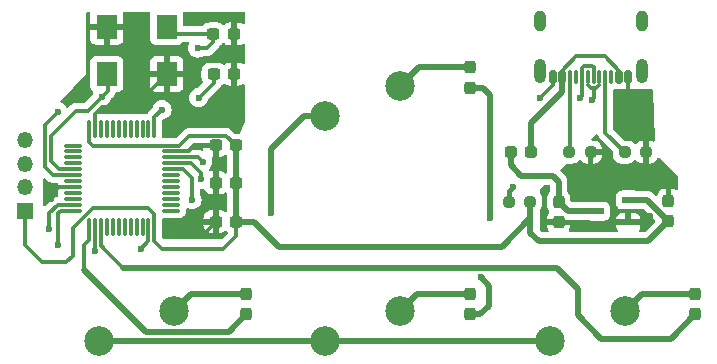
<source format=gbr>
%TF.GenerationSoftware,KiCad,Pcbnew,8.0.4-8.0.4-0~ubuntu20.04.1*%
%TF.CreationDate,2024-10-09T19:36:55+03:00*%
%TF.ProjectId,kbrd,6b627264-2e6b-4696-9361-645f70636258,rev?*%
%TF.SameCoordinates,Original*%
%TF.FileFunction,Copper,L1,Top*%
%TF.FilePolarity,Positive*%
%FSLAX46Y46*%
G04 Gerber Fmt 4.6, Leading zero omitted, Abs format (unit mm)*
G04 Created by KiCad (PCBNEW 8.0.4-8.0.4-0~ubuntu20.04.1) date 2024-10-09 19:36:55*
%MOMM*%
%LPD*%
G01*
G04 APERTURE LIST*
G04 Aperture macros list*
%AMRoundRect*
0 Rectangle with rounded corners*
0 $1 Rounding radius*
0 $2 $3 $4 $5 $6 $7 $8 $9 X,Y pos of 4 corners*
0 Add a 4 corners polygon primitive as box body*
4,1,4,$2,$3,$4,$5,$6,$7,$8,$9,$2,$3,0*
0 Add four circle primitives for the rounded corners*
1,1,$1+$1,$2,$3*
1,1,$1+$1,$4,$5*
1,1,$1+$1,$6,$7*
1,1,$1+$1,$8,$9*
0 Add four rect primitives between the rounded corners*
20,1,$1+$1,$2,$3,$4,$5,0*
20,1,$1+$1,$4,$5,$6,$7,0*
20,1,$1+$1,$6,$7,$8,$9,0*
20,1,$1+$1,$8,$9,$2,$3,0*%
G04 Aperture macros list end*
%TA.AperFunction,ComponentPad*%
%ADD10C,2.500000*%
%TD*%
%TA.AperFunction,SMDPad,CuDef*%
%ADD11RoundRect,0.237500X-0.300000X-0.237500X0.300000X-0.237500X0.300000X0.237500X-0.300000X0.237500X0*%
%TD*%
%TA.AperFunction,SMDPad,CuDef*%
%ADD12R,1.800000X2.000000*%
%TD*%
%TA.AperFunction,SMDPad,CuDef*%
%ADD13RoundRect,0.237500X0.250000X0.237500X-0.250000X0.237500X-0.250000X-0.237500X0.250000X-0.237500X0*%
%TD*%
%TA.AperFunction,SMDPad,CuDef*%
%ADD14RoundRect,0.237500X-0.237500X0.300000X-0.237500X-0.300000X0.237500X-0.300000X0.237500X0.300000X0*%
%TD*%
%TA.AperFunction,SMDPad,CuDef*%
%ADD15RoundRect,0.237500X0.237500X-0.287500X0.237500X0.287500X-0.237500X0.287500X-0.237500X-0.287500X0*%
%TD*%
%TA.AperFunction,SMDPad,CuDef*%
%ADD16R,1.050000X0.600000*%
%TD*%
%TA.AperFunction,SMDPad,CuDef*%
%ADD17RoundRect,0.237500X-0.287500X-0.237500X0.287500X-0.237500X0.287500X0.237500X-0.287500X0.237500X0*%
%TD*%
%TA.AperFunction,SMDPad,CuDef*%
%ADD18RoundRect,0.237500X0.237500X-0.300000X0.237500X0.300000X-0.237500X0.300000X-0.237500X-0.300000X0*%
%TD*%
%TA.AperFunction,ComponentPad*%
%ADD19R,1.350000X1.350000*%
%TD*%
%TA.AperFunction,ComponentPad*%
%ADD20O,1.350000X1.350000*%
%TD*%
%TA.AperFunction,SMDPad,CuDef*%
%ADD21RoundRect,0.075000X-0.662500X-0.075000X0.662500X-0.075000X0.662500X0.075000X-0.662500X0.075000X0*%
%TD*%
%TA.AperFunction,SMDPad,CuDef*%
%ADD22RoundRect,0.075000X-0.075000X-0.662500X0.075000X-0.662500X0.075000X0.662500X-0.075000X0.662500X0*%
%TD*%
%TA.AperFunction,SMDPad,CuDef*%
%ADD23RoundRect,0.150000X0.150000X0.425000X-0.150000X0.425000X-0.150000X-0.425000X0.150000X-0.425000X0*%
%TD*%
%TA.AperFunction,SMDPad,CuDef*%
%ADD24RoundRect,0.075000X0.075000X0.500000X-0.075000X0.500000X-0.075000X-0.500000X0.075000X-0.500000X0*%
%TD*%
%TA.AperFunction,ComponentPad*%
%ADD25O,1.000000X2.100000*%
%TD*%
%TA.AperFunction,ComponentPad*%
%ADD26O,1.000000X1.800000*%
%TD*%
%TA.AperFunction,ViaPad*%
%ADD27C,0.600000*%
%TD*%
%TA.AperFunction,Conductor*%
%ADD28C,0.500000*%
%TD*%
%TA.AperFunction,Conductor*%
%ADD29C,0.300000*%
%TD*%
%TA.AperFunction,Conductor*%
%ADD30C,0.200000*%
%TD*%
%TA.AperFunction,Conductor*%
%ADD31C,0.400000*%
%TD*%
G04 APERTURE END LIST*
D10*
%TO.P,SW3,1,A*%
%TO.N,/ROW2*%
X150990000Y-101760000D03*
%TO.P,SW3,2,B*%
%TO.N,Net-(D3-A)*%
X157340000Y-99220000D03*
%TD*%
%TO.P,SW2,1,A*%
%TO.N,/ROW2*%
X131880000Y-101760000D03*
%TO.P,SW2,2,B*%
%TO.N,Net-(D2-A)*%
X138230000Y-99220000D03*
%TD*%
D11*
%TO.P,C4,1*%
%TO.N,GND*%
X141737500Y-88400000D03*
%TO.P,C4,2*%
%TO.N,+3.3V*%
X143462500Y-88400000D03*
%TD*%
D12*
%TO.P,Y1,1,1*%
%TO.N,/OSC_IN*%
X132520000Y-79200000D03*
%TO.P,Y1,2,2*%
%TO.N,GND*%
X137600000Y-79200000D03*
%TO.P,Y1,3,3*%
%TO.N,/OSC_OUT*%
X137600000Y-75200000D03*
%TO.P,Y1,4,4*%
%TO.N,GND*%
X132520000Y-75200000D03*
%TD*%
D11*
%TO.P,C2,1*%
%TO.N,/OSC_OUT*%
X141537500Y-75800000D03*
%TO.P,C2,2*%
%TO.N,GND*%
X143262500Y-75800000D03*
%TD*%
D13*
%TO.P,R1,1*%
%TO.N,GND*%
X178187500Y-85800000D03*
%TO.P,R1,2*%
%TO.N,Net-(J1-CC1)*%
X176362500Y-85800000D03*
%TD*%
D14*
%TO.P,C7,1*%
%TO.N,GND*%
X180075000Y-89925000D03*
%TO.P,C7,2*%
%TO.N,+3.3V*%
X180075000Y-91650000D03*
%TD*%
D13*
%TO.P,R3,1*%
%TO.N,+3.3V*%
X168387500Y-90000000D03*
%TO.P,R3,2*%
%TO.N,/PA12*%
X166562500Y-90000000D03*
%TD*%
%TO.P,R2,1*%
%TO.N,GND*%
X173475000Y-85800000D03*
%TO.P,R2,2*%
%TO.N,Net-(J1-CC2)*%
X171650000Y-85800000D03*
%TD*%
D15*
%TO.P,D3,1,K*%
%TO.N,/COL2*%
X163300000Y-99550000D03*
%TO.P,D3,2,A*%
%TO.N,Net-(D3-A)*%
X163300000Y-97800000D03*
%TD*%
%TO.P,D1,1,K*%
%TO.N,/COL2*%
X163300000Y-80350000D03*
%TO.P,D1,2,A*%
%TO.N,Net-(D1-A)*%
X163300000Y-78600000D03*
%TD*%
D16*
%TO.P,U2,1,GND*%
%TO.N,GND*%
X176675000Y-91750000D03*
%TO.P,U2,2,VOUT*%
%TO.N,+3.3V*%
X176675000Y-89850000D03*
%TO.P,U2,3,VIN*%
%TO.N,VCC*%
X174075000Y-90800000D03*
%TD*%
D15*
%TO.P,D4,1,K*%
%TO.N,/COL3*%
X182300000Y-99550000D03*
%TO.P,D4,2,A*%
%TO.N,Net-(D4-A)*%
X182300000Y-97800000D03*
%TD*%
%TO.P,D2,1,K*%
%TO.N,/COL1*%
X144300000Y-99550000D03*
%TO.P,D2,2,A*%
%TO.N,Net-(D2-A)*%
X144300000Y-97800000D03*
%TD*%
D11*
%TO.P,C3,1*%
%TO.N,GND*%
X141737500Y-85242500D03*
%TO.P,C3,2*%
%TO.N,+3.3V*%
X143462500Y-85242500D03*
%TD*%
D17*
%TO.P,D5,1,K*%
%TO.N,VCC*%
X166725000Y-85800000D03*
%TO.P,D5,2,A*%
%TO.N,Net-(D5-A)*%
X168475000Y-85800000D03*
%TD*%
D18*
%TO.P,C6,1*%
%TO.N,GND*%
X170775000Y-91725000D03*
%TO.P,C6,2*%
%TO.N,VCC*%
X170775000Y-90000000D03*
%TD*%
D10*
%TO.P,SW1,1,A*%
%TO.N,/ROW1*%
X150990000Y-82760000D03*
%TO.P,SW1,2,B*%
%TO.N,Net-(D1-A)*%
X157340000Y-80220000D03*
%TD*%
%TO.P,SW4,1,A*%
%TO.N,/ROW2*%
X170070000Y-101760000D03*
%TO.P,SW4,2,B*%
%TO.N,Net-(D4-A)*%
X176420000Y-99220000D03*
%TD*%
D19*
%TO.P,J2,1,Pin_1*%
%TO.N,+3.3V*%
X125600000Y-90800000D03*
D20*
%TO.P,J2,2,Pin_2*%
%TO.N,/SWDIO*%
X125600000Y-88800000D03*
%TO.P,J2,3,Pin_3*%
%TO.N,/SWCLK*%
X125600000Y-86800000D03*
%TO.P,J2,4,Pin_4*%
%TO.N,GND*%
X125600000Y-84800000D03*
%TD*%
D11*
%TO.P,C5,1*%
%TO.N,GND*%
X141737500Y-91700000D03*
%TO.P,C5,2*%
%TO.N,+3.3V*%
X143462500Y-91700000D03*
%TD*%
D21*
%TO.P,U1,1,VBAT*%
%TO.N,unconnected-(U1-VBAT-Pad1)*%
X129637500Y-85250000D03*
%TO.P,U1,2,PC13*%
%TO.N,unconnected-(U1-PC13-Pad2)*%
X129637500Y-85750000D03*
%TO.P,U1,3,PC14*%
%TO.N,unconnected-(U1-PC14-Pad3)*%
X129637500Y-86250000D03*
%TO.P,U1,4,PC15*%
%TO.N,unconnected-(U1-PC15-Pad4)*%
X129637500Y-86750000D03*
%TO.P,U1,5,PD0*%
%TO.N,/OSC_IN*%
X129637500Y-87250000D03*
%TO.P,U1,6,PD1*%
%TO.N,/OSC_OUT*%
X129637500Y-87750000D03*
%TO.P,U1,7,NRST*%
%TO.N,unconnected-(U1-NRST-Pad7)*%
X129637500Y-88250000D03*
%TO.P,U1,8,VSSA*%
%TO.N,GND*%
X129637500Y-88750000D03*
%TO.P,U1,9,VDDA*%
%TO.N,unconnected-(U1-VDDA-Pad9)*%
X129637500Y-89250000D03*
%TO.P,U1,10,PA0*%
%TO.N,unconnected-(U1-PA0-Pad10)*%
X129637500Y-89750000D03*
%TO.P,U1,11,PA1*%
%TO.N,/ROW1*%
X129637500Y-90250000D03*
%TO.P,U1,12,PA2*%
%TO.N,/ROW2*%
X129637500Y-90750000D03*
D22*
%TO.P,U1,13,PA3*%
%TO.N,/COL1*%
X131050000Y-92162500D03*
%TO.P,U1,14,PA4*%
%TO.N,/COL2*%
X131550000Y-92162500D03*
%TO.P,U1,15,PA5*%
%TO.N,/COL3*%
X132050000Y-92162500D03*
%TO.P,U1,16,PA6*%
%TO.N,unconnected-(U1-PA6-Pad16)*%
X132550000Y-92162500D03*
%TO.P,U1,17,PA7*%
%TO.N,unconnected-(U1-PA7-Pad17)*%
X133050000Y-92162500D03*
%TO.P,U1,18,PB0*%
%TO.N,unconnected-(U1-PB0-Pad18)*%
X133550000Y-92162500D03*
%TO.P,U1,19,PB1*%
%TO.N,unconnected-(U1-PB1-Pad19)*%
X134050000Y-92162500D03*
%TO.P,U1,20,PB2*%
%TO.N,unconnected-(U1-PB2-Pad20)*%
X134550000Y-92162500D03*
%TO.P,U1,21,PB10*%
%TO.N,unconnected-(U1-PB10-Pad21)*%
X135050000Y-92162500D03*
%TO.P,U1,22,PB11*%
%TO.N,unconnected-(U1-PB11-Pad22)*%
X135550000Y-92162500D03*
%TO.P,U1,23,VSS*%
%TO.N,GND*%
X136050000Y-92162500D03*
%TO.P,U1,24,VDD*%
%TO.N,+3.3V*%
X136550000Y-92162500D03*
D21*
%TO.P,U1,25,PB12*%
%TO.N,unconnected-(U1-PB12-Pad25)*%
X137962500Y-90750000D03*
%TO.P,U1,26,PB13*%
%TO.N,unconnected-(U1-PB13-Pad26)*%
X137962500Y-90250000D03*
%TO.P,U1,27,PB14*%
%TO.N,unconnected-(U1-PB14-Pad27)*%
X137962500Y-89750000D03*
%TO.P,U1,28,PB15*%
%TO.N,unconnected-(U1-PB15-Pad28)*%
X137962500Y-89250000D03*
%TO.P,U1,29,PA8*%
%TO.N,unconnected-(U1-PA8-Pad29)*%
X137962500Y-88750000D03*
%TO.P,U1,30,PA9*%
%TO.N,unconnected-(U1-PA9-Pad30)*%
X137962500Y-88250000D03*
%TO.P,U1,31,PA10*%
%TO.N,unconnected-(U1-PA10-Pad31)*%
X137962500Y-87750000D03*
%TO.P,U1,32,PA11*%
%TO.N,/PA11*%
X137962500Y-87250000D03*
%TO.P,U1,33,PA12*%
%TO.N,/PA12*%
X137962500Y-86750000D03*
%TO.P,U1,34,PA13*%
%TO.N,/SWDIO*%
X137962500Y-86250000D03*
%TO.P,U1,35,VSS*%
%TO.N,GND*%
X137962500Y-85750000D03*
%TO.P,U1,36,VDD*%
%TO.N,+3.3V*%
X137962500Y-85250000D03*
D22*
%TO.P,U1,37,PA14*%
%TO.N,/SWCLK*%
X136550000Y-83837500D03*
%TO.P,U1,38,PA15*%
%TO.N,unconnected-(U1-PA15-Pad38)*%
X136050000Y-83837500D03*
%TO.P,U1,39,PB3*%
%TO.N,unconnected-(U1-PB3-Pad39)*%
X135550000Y-83837500D03*
%TO.P,U1,40,PB4*%
%TO.N,unconnected-(U1-PB4-Pad40)*%
X135050000Y-83837500D03*
%TO.P,U1,41,PB5*%
%TO.N,unconnected-(U1-PB5-Pad41)*%
X134550000Y-83837500D03*
%TO.P,U1,42,PB6*%
%TO.N,unconnected-(U1-PB6-Pad42)*%
X134050000Y-83837500D03*
%TO.P,U1,43,PB7*%
%TO.N,unconnected-(U1-PB7-Pad43)*%
X133550000Y-83837500D03*
%TO.P,U1,44,BOOT0*%
%TO.N,unconnected-(U1-BOOT0-Pad44)*%
X133050000Y-83837500D03*
%TO.P,U1,45,PB8*%
%TO.N,unconnected-(U1-PB8-Pad45)*%
X132550000Y-83837500D03*
%TO.P,U1,46,PB9*%
%TO.N,unconnected-(U1-PB9-Pad46)*%
X132050000Y-83837500D03*
%TO.P,U1,47,VSS*%
%TO.N,GND*%
X131550000Y-83837500D03*
%TO.P,U1,48,VDD*%
%TO.N,+3.3V*%
X131050000Y-83837500D03*
%TD*%
D11*
%TO.P,C1,1*%
%TO.N,/OSC_IN*%
X141575000Y-79200000D03*
%TO.P,C1,2*%
%TO.N,GND*%
X143300000Y-79200000D03*
%TD*%
D23*
%TO.P,J1,A1,GND*%
%TO.N,GND*%
X176680000Y-79475000D03*
%TO.P,J1,A4,VBUS*%
%TO.N,Net-(D5-A)*%
X175880000Y-79475000D03*
D24*
%TO.P,J1,A5,CC1*%
%TO.N,Net-(J1-CC1)*%
X174730000Y-79475000D03*
%TO.P,J1,A6,D+*%
%TO.N,/PA12*%
X173730000Y-79475000D03*
%TO.P,J1,A7,D-*%
%TO.N,/PA11*%
X173230000Y-79475000D03*
%TO.P,J1,A8,SBU1*%
%TO.N,unconnected-(J1-SBU1-PadA8)*%
X172230000Y-79475000D03*
D23*
%TO.P,J1,A9,VBUS*%
%TO.N,Net-(D5-A)*%
X171080000Y-79475000D03*
%TO.P,J1,A12,GND*%
%TO.N,GND*%
X170280000Y-79475000D03*
%TO.P,J1,B1,GND*%
X170280000Y-79475000D03*
%TO.P,J1,B4,VBUS*%
%TO.N,Net-(D5-A)*%
X171080000Y-79475000D03*
D24*
%TO.P,J1,B5,CC2*%
%TO.N,Net-(J1-CC2)*%
X171730000Y-79475000D03*
%TO.P,J1,B6,D+*%
%TO.N,/PA12*%
X172730000Y-79475000D03*
%TO.P,J1,B7,D-*%
%TO.N,/PA11*%
X174230000Y-79475000D03*
%TO.P,J1,B8,SBU2*%
%TO.N,unconnected-(J1-SBU2-PadB8)*%
X175230000Y-79475000D03*
D23*
%TO.P,J1,B9,VBUS*%
%TO.N,Net-(D5-A)*%
X175880000Y-79475000D03*
%TO.P,J1,B12,GND*%
%TO.N,GND*%
X176680000Y-79475000D03*
D25*
%TO.P,J1,S1,SHIELD*%
%TO.N,unconnected-(J1-SHIELD-PadS1)_1*%
X177800000Y-78900000D03*
D26*
%TO.N,unconnected-(J1-SHIELD-PadS1)_2*%
X177800000Y-74720000D03*
D25*
%TO.N,unconnected-(J1-SHIELD-PadS1)*%
X169160000Y-78900000D03*
D26*
%TO.N,unconnected-(J1-SHIELD-PadS1)_3*%
X169160000Y-74720000D03*
%TD*%
D27*
%TO.N,/SWCLK*%
X137200000Y-82200000D03*
%TO.N,/SWDIO*%
X140650000Y-86650000D03*
%TO.N,/ROW2*%
X128400000Y-93700000D03*
%TO.N,/COL2*%
X164200000Y-96400000D03*
X165000000Y-91400000D03*
X131550000Y-94150000D03*
%TO.N,/ROW1*%
X127600000Y-92351471D03*
X146400000Y-91000000D03*
%TO.N,/OSC_IN*%
X140287500Y-81200000D03*
X132100000Y-81100000D03*
%TO.N,/OSC_OUT*%
X140200000Y-77000000D03*
X128400000Y-82400000D03*
%TO.N,/PA11*%
X173600000Y-81400000D03*
X139750000Y-89850000D03*
%TO.N,GND*%
X178475000Y-91200000D03*
X127800000Y-89800000D03*
X140200000Y-92800000D03*
X135400000Y-94000000D03*
X176700000Y-81300000D03*
X169200000Y-81200000D03*
X143400000Y-81000000D03*
X179300000Y-88100000D03*
%TO.N,/PA12*%
X140500000Y-88100000D03*
X172600000Y-81200000D03*
X166875000Y-88800000D03*
%TD*%
D28*
%TO.N,Net-(D1-A)*%
X163300000Y-78600000D02*
X158960000Y-78600000D01*
X158960000Y-78600000D02*
X157340000Y-80220000D01*
D29*
%TO.N,/SWCLK*%
X136550000Y-83837500D02*
X136550000Y-82850000D01*
X136550000Y-82850000D02*
X137200000Y-82200000D01*
D28*
%TO.N,Net-(D2-A)*%
X139650000Y-97800000D02*
X138230000Y-99220000D01*
X144300000Y-97800000D02*
X139650000Y-97800000D01*
%TO.N,Net-(D3-A)*%
X158760000Y-97800000D02*
X157340000Y-99220000D01*
X163300000Y-97800000D02*
X158760000Y-97800000D01*
%TO.N,Net-(D4-A)*%
X182300000Y-97800000D02*
X177840000Y-97800000D01*
X177840000Y-97800000D02*
X176420000Y-99220000D01*
%TO.N,/COL3*%
X180250000Y-101600000D02*
X182300000Y-99550000D01*
X172400000Y-99600000D02*
X174400000Y-101600000D01*
D29*
X132200000Y-93880761D02*
X132050000Y-93730761D01*
D28*
X133900000Y-95600000D02*
X133950000Y-95650000D01*
D29*
X132050000Y-93730761D02*
X132050000Y-92162500D01*
X133900000Y-95600000D02*
X132200000Y-93900000D01*
D28*
X133950000Y-95650000D02*
X170657968Y-95650000D01*
X172400000Y-97392032D02*
X172400000Y-99600000D01*
X174400000Y-101600000D02*
X180250000Y-101600000D01*
X170657968Y-95650000D02*
X172400000Y-97392032D01*
D29*
X132200000Y-93900000D02*
X132200000Y-93880761D01*
%TO.N,/SWDIO*%
X140250000Y-86250000D02*
X137962500Y-86250000D01*
X140650000Y-86650000D02*
X140250000Y-86250000D01*
D28*
%TO.N,VCC*%
X170275000Y-87800000D02*
X167600000Y-87800000D01*
X171575000Y-90800000D02*
X170775000Y-90000000D01*
X170775000Y-88300000D02*
X170275000Y-87800000D01*
X167600000Y-87800000D02*
X166725000Y-86925000D01*
X170775000Y-90000000D02*
X170775000Y-88300000D01*
X166725000Y-86925000D02*
X166725000Y-85800000D01*
X174075000Y-90800000D02*
X171575000Y-90800000D01*
D29*
%TO.N,/ROW2*%
X128400000Y-93700000D02*
X128400000Y-91000000D01*
X128650000Y-90750000D02*
X129637500Y-90750000D01*
X128400000Y-91000000D02*
X128650000Y-90750000D01*
D28*
X131880000Y-101760000D02*
X150990000Y-101760000D01*
X150990000Y-101760000D02*
X170070000Y-101760000D01*
%TO.N,/COL2*%
X165000000Y-91400000D02*
X165000000Y-81000000D01*
X165000000Y-81000000D02*
X164350000Y-80350000D01*
X164900000Y-98800000D02*
X164150000Y-99550000D01*
X164200000Y-96400000D02*
X164900000Y-97100000D01*
D29*
X131550000Y-92162500D02*
X131550000Y-94150000D01*
D28*
X164900000Y-97100000D02*
X164900000Y-98800000D01*
X164350000Y-80350000D02*
X163300000Y-80350000D01*
X164150000Y-99550000D02*
X163300000Y-99550000D01*
D29*
%TO.N,/ROW1*%
X127600000Y-92351471D02*
X127600000Y-91000000D01*
X128350000Y-90250000D02*
X129637500Y-90250000D01*
D30*
X150527588Y-82760000D02*
X150990000Y-82760000D01*
D28*
X146400000Y-91000000D02*
X146400000Y-85550000D01*
X146400000Y-85550000D02*
X149190000Y-82760000D01*
X149190000Y-82760000D02*
X150527588Y-82760000D01*
D29*
X127600000Y-91000000D02*
X128350000Y-90250000D01*
%TO.N,/OSC_IN*%
X128458795Y-87250000D02*
X129637500Y-87250000D01*
X129900000Y-82300000D02*
X127800000Y-84400000D01*
X127800000Y-84400000D02*
X127800000Y-86591205D01*
X141575000Y-79200000D02*
X141575000Y-79912500D01*
X132100000Y-81100000D02*
X132600000Y-80600000D01*
X130900000Y-82300000D02*
X129900000Y-82300000D01*
X132600000Y-80600000D02*
X132600000Y-80200000D01*
D30*
X132600000Y-80200000D02*
X132520000Y-80120000D01*
D29*
X127800000Y-86591205D02*
X128458795Y-87250000D01*
X132600000Y-80600000D02*
X130900000Y-82300000D01*
X141575000Y-79912500D02*
X140287500Y-81200000D01*
D30*
%TO.N,/COL1*%
X131050000Y-92162500D02*
X131050000Y-92612500D01*
D28*
X142850000Y-101000000D02*
X144300000Y-99550000D01*
X130600000Y-95800000D02*
X135800000Y-101000000D01*
D29*
X130600000Y-95800000D02*
X130600000Y-93700000D01*
X131050000Y-93250000D02*
X131050000Y-92162500D01*
D28*
X135800000Y-101000000D02*
X142850000Y-101000000D01*
D29*
X130600000Y-93700000D02*
X131050000Y-93250000D01*
%TO.N,/OSC_OUT*%
X141000000Y-77000000D02*
X141537500Y-76462500D01*
X128400000Y-82400000D02*
X127300000Y-83500000D01*
X127300000Y-87100000D02*
X127950000Y-87750000D01*
D30*
X138200000Y-75800000D02*
X137600000Y-75200000D01*
D29*
X127950000Y-87750000D02*
X129637500Y-87750000D01*
X141537500Y-75800000D02*
X138200000Y-75800000D01*
X140200000Y-77000000D02*
X141000000Y-77000000D01*
X141537500Y-76462500D02*
X141537500Y-75800000D01*
X127300000Y-83500000D02*
X127300000Y-87100000D01*
D28*
%TO.N,Net-(D5-A)*%
X171080000Y-80720000D02*
X171080000Y-79475000D01*
X168475000Y-83325000D02*
X171080000Y-80720000D01*
D30*
X171080000Y-78900001D02*
X171080000Y-79475000D01*
D29*
X175880000Y-78900001D02*
X174679999Y-77700000D01*
X174679999Y-77700000D02*
X172280001Y-77700000D01*
D28*
X168475000Y-85800000D02*
X168475000Y-83325000D01*
D30*
X175880000Y-79475000D02*
X175880000Y-78900001D01*
D29*
X172280001Y-77700000D02*
X171080000Y-78900001D01*
D30*
%TO.N,/PA11*%
X173800000Y-80400000D02*
X173912410Y-80400000D01*
D29*
X139750000Y-88000000D02*
X139000000Y-87250000D01*
X173912410Y-80400000D02*
X174230000Y-80082410D01*
X173800000Y-80400000D02*
X173800000Y-81200000D01*
X173230000Y-80082410D02*
X173547590Y-80400000D01*
D30*
X174230000Y-80082410D02*
X174230000Y-79475000D01*
D29*
X173547590Y-80400000D02*
X173800000Y-80400000D01*
D30*
X173800000Y-81200000D02*
X173600000Y-81400000D01*
D29*
X139000000Y-87250000D02*
X137962500Y-87250000D01*
X139750000Y-89850000D02*
X139750000Y-88000000D01*
D30*
X173230000Y-79475000D02*
X173230000Y-80082410D01*
D29*
%TO.N,GND*%
X131550000Y-83067590D02*
X131550000Y-82550000D01*
D30*
X143300000Y-75837500D02*
X143262500Y-75800000D01*
D29*
X139957500Y-85242500D02*
X139450000Y-85750000D01*
X143300000Y-79200000D02*
X143300000Y-80900000D01*
D30*
X138732410Y-85750000D02*
X137962500Y-85750000D01*
X176650000Y-91725000D02*
X176675000Y-91750000D01*
D28*
X177925000Y-91750000D02*
X178475000Y-91200000D01*
D30*
X176775000Y-91650000D02*
X176675000Y-91750000D01*
D29*
X176680000Y-81280000D02*
X176700000Y-81300000D01*
X127800000Y-89800000D02*
X127800000Y-89400000D01*
X180075000Y-89925000D02*
X180075000Y-88875000D01*
X136050000Y-92162500D02*
X136050000Y-93350000D01*
X132100000Y-82000000D02*
X134800000Y-82000000D01*
X180075000Y-88875000D02*
X179300000Y-88100000D01*
X141737500Y-85242500D02*
X139957500Y-85242500D01*
X141737500Y-91700000D02*
X140637500Y-92800000D01*
X139450000Y-85750000D02*
X138732410Y-85750000D01*
X170280000Y-79475000D02*
X170280000Y-80120000D01*
D28*
X176675000Y-91750000D02*
X177925000Y-91750000D01*
D29*
X136050000Y-93350000D02*
X135400000Y-94000000D01*
X140637500Y-92800000D02*
X140200000Y-92800000D01*
D30*
X138600000Y-79200000D02*
X137600000Y-79200000D01*
X131550000Y-83837500D02*
X131550000Y-83067590D01*
D29*
X170280000Y-80120000D02*
X169200000Y-81200000D01*
X128450000Y-88750000D02*
X129637500Y-88750000D01*
D30*
X143300000Y-80900000D02*
X143400000Y-81000000D01*
D29*
X176680000Y-79475000D02*
X176680000Y-81280000D01*
X131550000Y-82550000D02*
X132100000Y-82000000D01*
X127800000Y-89400000D02*
X128450000Y-88750000D01*
X134800000Y-82000000D02*
X137600000Y-79200000D01*
%TO.N,/PA12*%
X140500000Y-87600000D02*
X139650000Y-86750000D01*
D31*
X166562500Y-89112500D02*
X166562500Y-90000000D01*
D29*
X172730000Y-78670000D02*
X172900000Y-78500000D01*
X139650000Y-86750000D02*
X137962500Y-86750000D01*
D30*
X173730000Y-78867590D02*
X173730000Y-79475000D01*
D31*
X166875000Y-88800000D02*
X166562500Y-89112500D01*
D29*
X173730000Y-78630000D02*
X173730000Y-78867590D01*
D30*
X172730000Y-79475000D02*
X172730000Y-78867590D01*
D29*
X172730000Y-78867590D02*
X172730000Y-78670000D01*
D30*
X172600000Y-81200000D02*
X172730000Y-81070000D01*
D29*
X140500000Y-88100000D02*
X140500000Y-87600000D01*
X173600000Y-78500000D02*
X173730000Y-78630000D01*
X172730000Y-81070000D02*
X172730000Y-79475000D01*
X172900000Y-78500000D02*
X173600000Y-78500000D01*
D30*
%TO.N,Net-(J1-CC2)*%
X171775000Y-79520000D02*
X171730000Y-79475000D01*
D29*
X171730000Y-85720000D02*
X171730000Y-79475000D01*
D30*
X171650000Y-85800000D02*
X171730000Y-85720000D01*
D29*
%TO.N,Net-(J1-CC1)*%
X174730000Y-79475000D02*
X174730000Y-84167500D01*
X174730000Y-84167500D02*
X176362500Y-85800000D01*
%TO.N,+3.3V*%
X136550000Y-93350000D02*
X136550000Y-92162500D01*
D28*
X169100000Y-93350000D02*
X168387500Y-92637500D01*
X143462500Y-91700000D02*
X143462500Y-88400000D01*
D29*
X136550000Y-91050000D02*
X136550000Y-92162500D01*
X129621295Y-94578705D02*
X129100000Y-95100000D01*
X131371880Y-90500000D02*
X136000000Y-90500000D01*
D30*
X138666724Y-85250000D02*
X137962500Y-85250000D01*
X136600000Y-92212500D02*
X136550000Y-92162500D01*
X168387500Y-91504222D02*
X168387500Y-91400000D01*
D29*
X127000000Y-95100000D02*
X125600000Y-93700000D01*
D28*
X143462500Y-91700000D02*
X145000000Y-91700000D01*
D29*
X136000000Y-90500000D02*
X136550000Y-91050000D01*
X131050000Y-84950000D02*
X131350000Y-85250000D01*
D28*
X145000000Y-91700000D02*
X147100000Y-93800000D01*
D29*
X137200000Y-94000000D02*
X136550000Y-93350000D01*
X129621295Y-92363885D02*
X129621295Y-92250585D01*
D28*
X168387500Y-91400000D02*
X168387500Y-90000000D01*
D29*
X125600000Y-93700000D02*
X125600000Y-90800000D01*
X143462500Y-92937500D02*
X142400000Y-94000000D01*
X129621295Y-92363885D02*
X129621295Y-94578705D01*
D28*
X180075000Y-91650000D02*
X178375000Y-93350000D01*
D29*
X142400000Y-94000000D02*
X137200000Y-94000000D01*
D28*
X165987500Y-93800000D02*
X168387500Y-91400000D01*
D29*
X139507502Y-84409222D02*
X138666724Y-85250000D01*
X143462500Y-85242500D02*
X142629222Y-84409222D01*
D30*
X176750000Y-89925000D02*
X176675000Y-89850000D01*
D28*
X178375000Y-93350000D02*
X169100000Y-93350000D01*
D29*
X143462500Y-91700000D02*
X143462500Y-92937500D01*
X129100000Y-95100000D02*
X127000000Y-95100000D01*
X131050000Y-84607410D02*
X131050000Y-84950000D01*
X131350000Y-85250000D02*
X137962500Y-85250000D01*
X142629222Y-84409222D02*
X139507502Y-84409222D01*
D28*
X176675000Y-89850000D02*
X178275000Y-89850000D01*
X143462500Y-88400000D02*
X143462500Y-85242500D01*
X178275000Y-89850000D02*
X180075000Y-91650000D01*
D29*
X129621295Y-92250585D02*
X131371880Y-90500000D01*
D28*
X147100000Y-93800000D02*
X165987500Y-93800000D01*
X168387500Y-92637500D02*
X168387500Y-91504222D01*
%TD*%
%TA.AperFunction,Conductor*%
%TO.N,GND*%
G36*
X178747466Y-80519685D02*
G01*
X178793221Y-80572489D01*
X178804345Y-80619494D01*
X178955969Y-84789156D01*
X178938734Y-84856866D01*
X178887627Y-84904510D01*
X178818876Y-84916960D01*
X178766955Y-84899201D01*
X178751309Y-84889550D01*
X178751300Y-84889546D01*
X178587652Y-84835319D01*
X178486654Y-84825000D01*
X178437500Y-84825000D01*
X178437500Y-86774999D01*
X178486640Y-86774999D01*
X178486654Y-86774998D01*
X178587652Y-86764680D01*
X178751300Y-86710453D01*
X178751311Y-86710448D01*
X178898034Y-86619947D01*
X178898038Y-86619944D01*
X179019944Y-86498038D01*
X179019947Y-86498034D01*
X179110448Y-86351311D01*
X179112201Y-86347552D01*
X179114092Y-86345403D01*
X179114245Y-86345156D01*
X179114287Y-86345182D01*
X179158370Y-86295109D01*
X179225562Y-86275953D01*
X179292445Y-86296164D01*
X179312268Y-86312268D01*
X180863681Y-87863681D01*
X180897166Y-87925004D01*
X180900000Y-87951362D01*
X180900000Y-88898690D01*
X180880315Y-88965729D01*
X180827511Y-89011484D01*
X180758353Y-89021428D01*
X180710903Y-89004229D01*
X180626305Y-88952048D01*
X180626300Y-88952046D01*
X180462652Y-88897819D01*
X180361654Y-88887500D01*
X180325000Y-88887500D01*
X180325000Y-90051000D01*
X180305315Y-90118039D01*
X180252511Y-90163794D01*
X180201000Y-90175000D01*
X179949000Y-90175000D01*
X179881961Y-90155315D01*
X179836206Y-90102511D01*
X179825000Y-90051000D01*
X179825000Y-88887500D01*
X179788361Y-88887500D01*
X179788343Y-88887501D01*
X179687347Y-88897819D01*
X179523699Y-88952046D01*
X179523688Y-88952051D01*
X179376965Y-89042552D01*
X179376961Y-89042555D01*
X179255055Y-89164461D01*
X179255052Y-89164465D01*
X179164551Y-89311188D01*
X179164546Y-89311199D01*
X179136443Y-89396010D01*
X179096670Y-89453455D01*
X179032154Y-89480278D01*
X178963379Y-89467963D01*
X178931056Y-89444687D01*
X178753420Y-89267051D01*
X178641776Y-89192454D01*
X178641776Y-89192453D01*
X178641770Y-89192450D01*
X178630497Y-89184917D01*
X178630490Y-89184913D01*
X178493917Y-89128343D01*
X178493907Y-89128340D01*
X178348920Y-89099500D01*
X178348918Y-89099500D01*
X177446729Y-89099500D01*
X177403396Y-89091682D01*
X177307482Y-89055908D01*
X177307483Y-89055908D01*
X177247883Y-89049501D01*
X177247881Y-89049500D01*
X177247873Y-89049500D01*
X177247864Y-89049500D01*
X176102129Y-89049500D01*
X176102123Y-89049501D01*
X176042516Y-89055908D01*
X175907671Y-89106202D01*
X175907664Y-89106206D01*
X175792455Y-89192452D01*
X175792454Y-89192454D01*
X175706206Y-89307664D01*
X175706202Y-89307671D01*
X175655910Y-89442513D01*
X175655909Y-89442517D01*
X175649500Y-89502127D01*
X175649500Y-89502134D01*
X175649500Y-89502135D01*
X175649500Y-90197870D01*
X175649501Y-90197876D01*
X175655908Y-90257483D01*
X175706202Y-90392328D01*
X175706206Y-90392335D01*
X175792452Y-90507544D01*
X175792455Y-90507547D01*
X175907664Y-90593793D01*
X175907671Y-90593797D01*
X176042517Y-90644091D01*
X176042516Y-90644091D01*
X176049444Y-90644835D01*
X176102127Y-90650500D01*
X177247872Y-90650499D01*
X177307483Y-90644091D01*
X177403396Y-90608318D01*
X177446729Y-90600500D01*
X177912770Y-90600500D01*
X177979809Y-90620185D01*
X178000451Y-90636819D01*
X178474831Y-91111199D01*
X178925951Y-91562318D01*
X178959436Y-91623641D01*
X178954452Y-91693332D01*
X178925951Y-91737680D01*
X178100451Y-92563181D01*
X178039128Y-92596666D01*
X178012770Y-92599500D01*
X177660947Y-92599500D01*
X177593908Y-92579815D01*
X177548153Y-92527011D01*
X177538209Y-92457853D01*
X177561681Y-92401189D01*
X177643350Y-92292093D01*
X177643354Y-92292086D01*
X177693596Y-92157379D01*
X177693598Y-92157372D01*
X177699999Y-92097844D01*
X177700000Y-92097827D01*
X177700000Y-92000000D01*
X175650000Y-92000000D01*
X175650000Y-92097844D01*
X175656401Y-92157372D01*
X175656403Y-92157379D01*
X175706645Y-92292086D01*
X175706649Y-92292093D01*
X175788319Y-92401189D01*
X175812737Y-92466653D01*
X175797886Y-92534926D01*
X175748481Y-92584332D01*
X175689053Y-92599500D01*
X171746828Y-92599500D01*
X171679789Y-92579815D01*
X171634034Y-92527011D01*
X171624090Y-92457853D01*
X171641289Y-92410403D01*
X171685451Y-92338805D01*
X171685453Y-92338800D01*
X171739680Y-92175152D01*
X171749999Y-92074154D01*
X171750000Y-92074141D01*
X171750000Y-91975000D01*
X169800001Y-91975000D01*
X169800001Y-92074154D01*
X169810319Y-92175152D01*
X169864546Y-92338800D01*
X169864548Y-92338805D01*
X169908711Y-92410403D01*
X169927151Y-92477795D01*
X169906229Y-92544459D01*
X169852587Y-92589229D01*
X169803172Y-92599500D01*
X169462229Y-92599500D01*
X169395190Y-92579815D01*
X169374552Y-92563185D01*
X169236317Y-92424950D01*
X169202834Y-92363628D01*
X169200000Y-92337270D01*
X169200000Y-90766492D01*
X169218461Y-90701395D01*
X169220337Y-90698352D01*
X169220340Y-90698350D01*
X169310908Y-90551516D01*
X169365174Y-90387753D01*
X169375500Y-90286677D01*
X169375499Y-89713324D01*
X169365174Y-89612247D01*
X169310908Y-89448484D01*
X169220340Y-89301650D01*
X169220339Y-89301649D01*
X169218461Y-89298604D01*
X169200000Y-89233507D01*
X169200000Y-89051362D01*
X169219685Y-88984323D01*
X169236319Y-88963681D01*
X169613181Y-88586819D01*
X169674504Y-88553334D01*
X169700862Y-88550500D01*
X169900500Y-88550500D01*
X169967539Y-88570185D01*
X170013294Y-88622989D01*
X170024500Y-88674500D01*
X170024500Y-89117948D01*
X170004815Y-89184987D01*
X169988181Y-89205629D01*
X169954661Y-89239148D01*
X169864093Y-89385981D01*
X169864091Y-89385986D01*
X169845360Y-89442513D01*
X169809826Y-89549747D01*
X169809826Y-89549748D01*
X169809825Y-89549748D01*
X169799500Y-89650815D01*
X169799500Y-90349169D01*
X169799501Y-90349187D01*
X169809825Y-90450252D01*
X169864092Y-90614015D01*
X169864093Y-90614018D01*
X169954661Y-90760851D01*
X169968982Y-90775172D01*
X170002467Y-90836495D01*
X169997483Y-90906187D01*
X169968985Y-90950532D01*
X169955052Y-90964465D01*
X169864551Y-91111188D01*
X169864546Y-91111199D01*
X169810319Y-91274847D01*
X169800000Y-91375845D01*
X169800000Y-91475000D01*
X171218779Y-91475000D01*
X171266231Y-91484439D01*
X171356082Y-91521656D01*
X171356087Y-91521658D01*
X171356091Y-91521658D01*
X171356092Y-91521659D01*
X171501079Y-91550500D01*
X171501082Y-91550500D01*
X171501083Y-91550500D01*
X171648918Y-91550500D01*
X173303271Y-91550500D01*
X173346604Y-91558318D01*
X173442517Y-91594091D01*
X173442516Y-91594091D01*
X173449444Y-91594835D01*
X173502127Y-91600500D01*
X174647872Y-91600499D01*
X174707483Y-91594091D01*
X174842331Y-91543796D01*
X174957546Y-91457546D01*
X174999012Y-91402155D01*
X175650000Y-91402155D01*
X175650000Y-91500000D01*
X176425000Y-91500000D01*
X176925000Y-91500000D01*
X177700000Y-91500000D01*
X177700000Y-91402172D01*
X177699999Y-91402155D01*
X177693598Y-91342627D01*
X177693596Y-91342620D01*
X177643354Y-91207913D01*
X177643350Y-91207906D01*
X177557190Y-91092812D01*
X177557187Y-91092809D01*
X177442093Y-91006649D01*
X177442086Y-91006645D01*
X177307379Y-90956403D01*
X177307372Y-90956401D01*
X177247844Y-90950000D01*
X176925000Y-90950000D01*
X176925000Y-91500000D01*
X176425000Y-91500000D01*
X176425000Y-90950000D01*
X176102155Y-90950000D01*
X176042627Y-90956401D01*
X176042620Y-90956403D01*
X175907913Y-91006645D01*
X175907906Y-91006649D01*
X175792812Y-91092809D01*
X175792809Y-91092812D01*
X175706649Y-91207906D01*
X175706645Y-91207913D01*
X175656403Y-91342620D01*
X175656401Y-91342627D01*
X175650000Y-91402155D01*
X174999012Y-91402155D01*
X175043796Y-91342331D01*
X175094091Y-91207483D01*
X175100500Y-91147873D01*
X175100499Y-90452128D01*
X175094091Y-90392517D01*
X175092314Y-90387753D01*
X175043797Y-90257671D01*
X175043793Y-90257664D01*
X174957547Y-90142455D01*
X174957544Y-90142452D01*
X174842335Y-90056206D01*
X174842328Y-90056202D01*
X174707482Y-90005908D01*
X174707483Y-90005908D01*
X174647883Y-89999501D01*
X174647881Y-89999500D01*
X174647873Y-89999500D01*
X174647864Y-89999500D01*
X173502129Y-89999500D01*
X173502123Y-89999501D01*
X173442516Y-90005908D01*
X173346604Y-90041682D01*
X173303271Y-90049500D01*
X171937230Y-90049500D01*
X171870191Y-90029815D01*
X171849549Y-90013181D01*
X171786818Y-89950450D01*
X171753333Y-89889127D01*
X171750499Y-89862769D01*
X171750499Y-89650830D01*
X171750498Y-89650813D01*
X171740174Y-89549747D01*
X171713073Y-89467963D01*
X171685908Y-89385984D01*
X171595340Y-89239150D01*
X171561819Y-89205629D01*
X171528334Y-89144306D01*
X171525500Y-89117948D01*
X171525500Y-88226079D01*
X171496659Y-88081092D01*
X171496658Y-88081091D01*
X171496658Y-88081087D01*
X171470905Y-88018913D01*
X171440086Y-87944509D01*
X171440085Y-87944507D01*
X171407186Y-87895270D01*
X171407185Y-87895268D01*
X171357956Y-87821589D01*
X171357952Y-87821584D01*
X170955864Y-87419496D01*
X170922379Y-87358173D01*
X170927363Y-87288481D01*
X170955860Y-87244139D01*
X171388184Y-86811815D01*
X171449503Y-86778333D01*
X171475853Y-86775499D01*
X171949176Y-86775499D01*
X172050253Y-86765174D01*
X172214016Y-86710908D01*
X172360850Y-86620340D01*
X172475175Y-86506014D01*
X172536494Y-86472532D01*
X172606186Y-86477516D01*
X172650534Y-86506017D01*
X172764461Y-86619944D01*
X172764465Y-86619947D01*
X172911188Y-86710448D01*
X172911199Y-86710453D01*
X173074847Y-86764680D01*
X173175851Y-86774999D01*
X173725000Y-86774999D01*
X173774140Y-86774999D01*
X173774154Y-86774998D01*
X173875152Y-86764680D01*
X174038800Y-86710453D01*
X174038811Y-86710448D01*
X174185534Y-86619947D01*
X174185538Y-86619944D01*
X174307444Y-86498038D01*
X174307447Y-86498034D01*
X174397948Y-86351311D01*
X174397953Y-86351300D01*
X174452180Y-86187652D01*
X174462499Y-86086654D01*
X174462500Y-86086641D01*
X174462500Y-86050000D01*
X173725000Y-86050000D01*
X173725000Y-86774999D01*
X173175851Y-86774999D01*
X173224999Y-86774998D01*
X173225000Y-86774998D01*
X173225000Y-85674000D01*
X173244685Y-85606961D01*
X173297489Y-85561206D01*
X173349000Y-85550000D01*
X174462499Y-85550000D01*
X174462499Y-85513360D01*
X174462498Y-85513345D01*
X174452180Y-85412347D01*
X174397953Y-85248699D01*
X174397948Y-85248688D01*
X174307447Y-85101965D01*
X174307444Y-85101961D01*
X174185538Y-84980055D01*
X174185534Y-84980052D01*
X174038811Y-84889551D01*
X174038800Y-84889546D01*
X173875152Y-84835319D01*
X173774154Y-84825000D01*
X173674361Y-84825000D01*
X173607322Y-84805315D01*
X173561567Y-84752511D01*
X173551623Y-84683353D01*
X173580648Y-84619797D01*
X173586666Y-84613333D01*
X173897296Y-84302703D01*
X173958615Y-84269221D01*
X174028306Y-84274205D01*
X174084240Y-84316076D01*
X174103632Y-84354387D01*
X174104497Y-84357240D01*
X174153534Y-84475625D01*
X174224726Y-84582173D01*
X174224727Y-84582174D01*
X175338181Y-85695627D01*
X175371666Y-85756950D01*
X175374500Y-85783308D01*
X175374500Y-86086668D01*
X175374501Y-86086687D01*
X175384825Y-86187752D01*
X175414053Y-86275953D01*
X175439092Y-86351516D01*
X175529660Y-86498350D01*
X175651650Y-86620340D01*
X175798484Y-86710908D01*
X175962247Y-86765174D01*
X176063323Y-86775500D01*
X176661676Y-86775499D01*
X176661684Y-86775498D01*
X176661687Y-86775498D01*
X176717030Y-86769844D01*
X176762753Y-86765174D01*
X176926516Y-86710908D01*
X177073350Y-86620340D01*
X177187675Y-86506014D01*
X177248994Y-86472532D01*
X177318686Y-86477516D01*
X177363034Y-86506017D01*
X177476961Y-86619944D01*
X177476965Y-86619947D01*
X177623688Y-86710448D01*
X177623699Y-86710453D01*
X177787347Y-86764680D01*
X177888351Y-86774999D01*
X177937499Y-86774998D01*
X177937500Y-86774998D01*
X177937500Y-84825000D01*
X177937499Y-84824999D01*
X177888361Y-84825000D01*
X177888343Y-84825001D01*
X177787347Y-84835319D01*
X177623699Y-84889546D01*
X177623688Y-84889551D01*
X177476965Y-84980052D01*
X177363034Y-85093983D01*
X177301711Y-85127467D01*
X177232019Y-85122483D01*
X177187672Y-85093982D01*
X177073351Y-84979661D01*
X177073350Y-84979660D01*
X176951513Y-84904510D01*
X176926518Y-84889093D01*
X176926513Y-84889091D01*
X176925069Y-84888612D01*
X176762753Y-84834826D01*
X176762751Y-84834825D01*
X176661684Y-84824500D01*
X176661677Y-84824500D01*
X176358308Y-84824500D01*
X176291269Y-84804815D01*
X176270627Y-84788181D01*
X175416819Y-83934373D01*
X175383334Y-83873050D01*
X175380500Y-83846692D01*
X175380500Y-80624000D01*
X175400185Y-80556961D01*
X175452989Y-80511206D01*
X175504500Y-80500000D01*
X178680427Y-80500000D01*
X178747466Y-80519685D01*
G37*
%TD.AperFunction*%
%TD*%
%TA.AperFunction,Conductor*%
%TO.N,GND*%
G36*
X141930539Y-85079407D02*
G01*
X141976294Y-85132211D01*
X141987500Y-85183722D01*
X141987500Y-86217499D01*
X142086640Y-86217499D01*
X142086654Y-86217498D01*
X142187652Y-86207180D01*
X142351300Y-86152953D01*
X142351311Y-86152948D01*
X142498037Y-86062445D01*
X142500313Y-86060170D01*
X142502262Y-86059105D01*
X142503706Y-86057964D01*
X142503900Y-86058210D01*
X142561634Y-86026681D01*
X142631326Y-86031660D01*
X142687262Y-86073528D01*
X142711683Y-86138991D01*
X142712000Y-86147845D01*
X142712000Y-87494655D01*
X142692315Y-87561694D01*
X142639511Y-87607449D01*
X142570353Y-87617393D01*
X142506797Y-87588368D01*
X142500319Y-87582336D01*
X142498038Y-87580055D01*
X142498034Y-87580052D01*
X142351311Y-87489551D01*
X142351300Y-87489546D01*
X142187652Y-87435319D01*
X142086654Y-87425000D01*
X141987500Y-87425000D01*
X141987500Y-89374999D01*
X142086640Y-89374999D01*
X142086654Y-89374998D01*
X142187652Y-89364680D01*
X142351300Y-89310453D01*
X142351311Y-89310448D01*
X142498037Y-89219945D01*
X142500313Y-89217670D01*
X142502262Y-89216605D01*
X142503706Y-89215464D01*
X142503900Y-89215710D01*
X142561634Y-89184181D01*
X142631326Y-89189160D01*
X142687262Y-89231028D01*
X142711683Y-89296491D01*
X142712000Y-89305345D01*
X142712000Y-90794655D01*
X142692315Y-90861694D01*
X142639511Y-90907449D01*
X142570353Y-90917393D01*
X142506797Y-90888368D01*
X142500319Y-90882336D01*
X142498038Y-90880055D01*
X142498034Y-90880052D01*
X142351311Y-90789551D01*
X142351300Y-90789546D01*
X142187652Y-90735319D01*
X142086654Y-90725000D01*
X141987500Y-90725000D01*
X141987500Y-92674999D01*
X142086640Y-92674999D01*
X142086654Y-92674998D01*
X142187652Y-92664680D01*
X142351300Y-92610453D01*
X142351311Y-92610448D01*
X142498035Y-92519947D01*
X142511960Y-92506021D01*
X142573282Y-92472533D01*
X142642973Y-92477514D01*
X142687327Y-92506017D01*
X142701649Y-92520339D01*
X142701654Y-92520343D01*
X142727786Y-92536461D01*
X142774512Y-92588408D01*
X142785735Y-92657370D01*
X142757892Y-92721453D01*
X142750372Y-92729681D01*
X142316373Y-93163681D01*
X142255050Y-93197166D01*
X142228692Y-93200000D01*
X137371308Y-93200000D01*
X137304269Y-93180315D01*
X137283627Y-93163681D01*
X137236819Y-93116873D01*
X137203334Y-93055550D01*
X137200500Y-93029192D01*
X137200500Y-92301560D01*
X137200501Y-92301547D01*
X137200501Y-92125848D01*
X137200500Y-92125830D01*
X137200500Y-91986654D01*
X140700001Y-91986654D01*
X140710319Y-92087652D01*
X140764546Y-92251300D01*
X140764551Y-92251311D01*
X140855052Y-92398034D01*
X140855055Y-92398038D01*
X140976961Y-92519944D01*
X140976965Y-92519947D01*
X141123688Y-92610448D01*
X141123699Y-92610453D01*
X141287347Y-92664680D01*
X141388351Y-92674999D01*
X141487500Y-92674998D01*
X141487500Y-91950000D01*
X140700001Y-91950000D01*
X140700001Y-91986654D01*
X137200500Y-91986654D01*
X137200500Y-91524500D01*
X137220185Y-91457461D01*
X137271097Y-91413345D01*
X140700000Y-91413345D01*
X140700000Y-91450000D01*
X141487500Y-91450000D01*
X141487500Y-90724999D01*
X141388360Y-90725000D01*
X141388344Y-90725001D01*
X141287347Y-90735319D01*
X141123699Y-90789546D01*
X141123688Y-90789551D01*
X140976965Y-90880052D01*
X140976961Y-90880055D01*
X140855055Y-91001961D01*
X140855052Y-91001965D01*
X140764551Y-91148688D01*
X140764546Y-91148699D01*
X140710319Y-91312347D01*
X140700000Y-91413345D01*
X137271097Y-91413345D01*
X137272989Y-91411706D01*
X137324500Y-91400500D01*
X138662713Y-91400500D01*
X138662720Y-91400500D01*
X138775236Y-91385687D01*
X138915233Y-91327698D01*
X139035451Y-91235451D01*
X139127698Y-91115233D01*
X139185687Y-90975236D01*
X139200500Y-90862720D01*
X139200500Y-90674496D01*
X139220185Y-90607457D01*
X139272989Y-90561702D01*
X139342147Y-90551758D01*
X139390473Y-90569503D01*
X139400475Y-90575788D01*
X139570745Y-90635368D01*
X139570750Y-90635369D01*
X139749996Y-90655565D01*
X139750000Y-90655565D01*
X139750004Y-90655565D01*
X139929249Y-90635369D01*
X139929252Y-90635368D01*
X139929255Y-90635368D01*
X140099522Y-90575789D01*
X140252262Y-90479816D01*
X140379816Y-90352262D01*
X140475789Y-90199522D01*
X140535368Y-90029255D01*
X140535874Y-90024764D01*
X140555565Y-89850003D01*
X140555565Y-89849996D01*
X140535369Y-89670750D01*
X140535366Y-89670737D01*
X140475790Y-89500481D01*
X140475789Y-89500478D01*
X140449924Y-89459314D01*
X140419506Y-89410903D01*
X140400500Y-89344931D01*
X140400500Y-89027589D01*
X140420185Y-88960550D01*
X140472989Y-88914795D01*
X140510616Y-88904369D01*
X140559340Y-88898879D01*
X140642837Y-88889471D01*
X140711659Y-88901525D01*
X140762259Y-88947594D01*
X140855052Y-89098034D01*
X140855055Y-89098038D01*
X140976961Y-89219944D01*
X140976965Y-89219947D01*
X141123688Y-89310448D01*
X141123699Y-89310453D01*
X141287347Y-89364680D01*
X141388351Y-89374999D01*
X141487500Y-89374998D01*
X141487500Y-87424999D01*
X141388360Y-87425000D01*
X141388344Y-87425001D01*
X141310440Y-87432960D01*
X141241747Y-87420190D01*
X141190862Y-87372310D01*
X141173942Y-87304520D01*
X141196358Y-87238343D01*
X141210157Y-87221921D01*
X141279816Y-87152262D01*
X141375789Y-86999522D01*
X141435368Y-86829255D01*
X141455565Y-86650000D01*
X141454132Y-86637286D01*
X141435369Y-86470750D01*
X141435366Y-86470737D01*
X141404474Y-86382453D01*
X141400912Y-86312674D01*
X141435640Y-86252047D01*
X141471695Y-86233303D01*
X141487500Y-86217499D01*
X141487500Y-85492500D01*
X140700001Y-85492500D01*
X140700001Y-85529139D01*
X140700002Y-85529162D01*
X140700560Y-85534628D01*
X140687784Y-85603320D01*
X140639899Y-85654200D01*
X140572108Y-85671114D01*
X140529748Y-85661780D01*
X140439744Y-85624499D01*
X140439738Y-85624497D01*
X140314071Y-85599500D01*
X140314069Y-85599500D01*
X139536532Y-85599500D01*
X139469493Y-85579815D01*
X139423738Y-85527011D01*
X139413794Y-85457853D01*
X139442819Y-85394297D01*
X139448851Y-85387819D01*
X139740629Y-85096041D01*
X139801952Y-85062556D01*
X139828310Y-85059722D01*
X141863500Y-85059722D01*
X141930539Y-85079407D01*
G37*
%TD.AperFunction*%
%TA.AperFunction,Conductor*%
G36*
X127305203Y-88025595D02*
G01*
X127311681Y-88031627D01*
X127535325Y-88255272D01*
X127535332Y-88255278D01*
X127614427Y-88308127D01*
X127614428Y-88308127D01*
X127641873Y-88326465D01*
X127760256Y-88375501D01*
X127760260Y-88375501D01*
X127760261Y-88375502D01*
X127885928Y-88400500D01*
X127885931Y-88400500D01*
X128289782Y-88400500D01*
X128356821Y-88420185D01*
X128402576Y-88472989D01*
X128412721Y-88540686D01*
X128404911Y-88599999D01*
X128406801Y-88602154D01*
X128466503Y-88619685D01*
X128497838Y-88648512D01*
X128517789Y-88674512D01*
X128517791Y-88674515D01*
X128542984Y-88739684D01*
X128528945Y-88808129D01*
X128517791Y-88825484D01*
X128497839Y-88851486D01*
X128441413Y-88892689D01*
X128405894Y-88898879D01*
X128404911Y-88900000D01*
X128415804Y-88982729D01*
X128413595Y-89016472D01*
X128415374Y-89016707D01*
X128399500Y-89137272D01*
X128399500Y-89362727D01*
X128412217Y-89459314D01*
X128401452Y-89528350D01*
X128355072Y-89580606D01*
X128291973Y-89598725D01*
X128291991Y-89598903D01*
X128291026Y-89598998D01*
X128289278Y-89599500D01*
X128285929Y-89599500D01*
X128160261Y-89624497D01*
X128160255Y-89624499D01*
X128041875Y-89673533D01*
X128041866Y-89673538D01*
X127935331Y-89744723D01*
X127935327Y-89744726D01*
X127311681Y-90368373D01*
X127250358Y-90401858D01*
X127180666Y-90396874D01*
X127124733Y-90355002D01*
X127100316Y-90289538D01*
X127100000Y-90280692D01*
X127100000Y-88119308D01*
X127119685Y-88052269D01*
X127172489Y-88006514D01*
X127241647Y-87996570D01*
X127305203Y-88025595D01*
G37*
%TD.AperFunction*%
%TA.AperFunction,Conductor*%
G36*
X131086692Y-73919685D02*
G01*
X131132447Y-73972489D01*
X131142391Y-74041647D01*
X131135835Y-74067334D01*
X131126402Y-74092623D01*
X131126401Y-74092627D01*
X131120000Y-74152155D01*
X131120000Y-74950000D01*
X133920000Y-74950000D01*
X133920000Y-74152172D01*
X133919999Y-74152155D01*
X133913598Y-74092627D01*
X133913597Y-74092623D01*
X133904165Y-74067334D01*
X133899181Y-73997642D01*
X133932665Y-73936319D01*
X133993989Y-73902834D01*
X134020347Y-73900000D01*
X136099120Y-73900000D01*
X136166159Y-73919685D01*
X136211914Y-73972489D01*
X136221858Y-74041647D01*
X136215302Y-74067334D01*
X136205908Y-74092518D01*
X136200932Y-74138808D01*
X136199501Y-74152123D01*
X136199500Y-74152135D01*
X136199500Y-76247870D01*
X136199501Y-76247876D01*
X136205908Y-76307483D01*
X136256202Y-76442328D01*
X136256206Y-76442335D01*
X136342452Y-76557544D01*
X136342455Y-76557547D01*
X136457664Y-76643793D01*
X136457671Y-76643797D01*
X136592517Y-76694091D01*
X136592516Y-76694091D01*
X136599444Y-76694835D01*
X136652127Y-76700500D01*
X138547872Y-76700499D01*
X138607483Y-76694091D01*
X138742331Y-76643796D01*
X138857546Y-76557546D01*
X138884227Y-76521903D01*
X138900485Y-76500188D01*
X138956419Y-76458318D01*
X138999751Y-76450500D01*
X139375504Y-76450500D01*
X139442543Y-76470185D01*
X139488298Y-76522989D01*
X139498242Y-76592147D01*
X139480497Y-76640473D01*
X139474211Y-76650475D01*
X139414631Y-76820745D01*
X139414630Y-76820750D01*
X139394435Y-76999996D01*
X139394435Y-77000003D01*
X139414630Y-77179249D01*
X139414631Y-77179254D01*
X139474211Y-77349523D01*
X139570184Y-77502262D01*
X139697738Y-77629816D01*
X139760904Y-77669506D01*
X139818837Y-77705908D01*
X139850478Y-77725789D01*
X139938671Y-77756649D01*
X140020745Y-77785368D01*
X140020750Y-77785369D01*
X140199996Y-77805565D01*
X140200000Y-77805565D01*
X140200004Y-77805565D01*
X140379249Y-77785369D01*
X140379251Y-77785368D01*
X140379255Y-77785368D01*
X140379258Y-77785366D01*
X140379262Y-77785366D01*
X140469377Y-77753832D01*
X140549522Y-77725789D01*
X140639096Y-77669505D01*
X140705068Y-77650500D01*
X141064071Y-77650500D01*
X141148615Y-77633682D01*
X141189744Y-77625501D01*
X141308127Y-77576465D01*
X141414669Y-77505277D01*
X142042777Y-76877169D01*
X142113965Y-76770627D01*
X142118961Y-76758566D01*
X142162801Y-76704161D01*
X142168404Y-76700491D01*
X142298350Y-76620340D01*
X142312671Y-76606018D01*
X142373989Y-76572533D01*
X142443681Y-76577514D01*
X142488034Y-76606017D01*
X142501961Y-76619944D01*
X142501965Y-76619947D01*
X142648688Y-76710448D01*
X142648699Y-76710453D01*
X142812347Y-76764680D01*
X142913351Y-76774999D01*
X143012500Y-76774998D01*
X143012500Y-74824999D01*
X142913360Y-74825000D01*
X142913344Y-74825001D01*
X142812347Y-74835319D01*
X142648699Y-74889546D01*
X142648688Y-74889551D01*
X142501965Y-74980052D01*
X142488032Y-74993985D01*
X142426708Y-75027468D01*
X142357016Y-75022482D01*
X142312672Y-74993982D01*
X142298351Y-74979661D01*
X142298350Y-74979660D01*
X142207129Y-74923395D01*
X142151518Y-74889093D01*
X142151513Y-74889091D01*
X142150069Y-74888612D01*
X141987753Y-74834826D01*
X141987751Y-74834825D01*
X141886678Y-74824500D01*
X141188330Y-74824500D01*
X141188312Y-74824501D01*
X141087247Y-74834825D01*
X140923484Y-74889092D01*
X140923481Y-74889093D01*
X140776648Y-74979661D01*
X140654655Y-75101654D01*
X140654055Y-75102414D01*
X140653510Y-75102799D01*
X140649553Y-75106757D01*
X140648876Y-75106080D01*
X140597032Y-75142789D01*
X140556792Y-75149500D01*
X139124499Y-75149500D01*
X139057460Y-75129815D01*
X139011705Y-75077011D01*
X139000499Y-75025500D01*
X139000499Y-74152129D01*
X139000498Y-74152123D01*
X139000497Y-74152116D01*
X138994091Y-74092517D01*
X138984697Y-74067332D01*
X138979714Y-73997642D01*
X139013199Y-73936319D01*
X139074522Y-73902834D01*
X139100880Y-73900000D01*
X144076000Y-73900000D01*
X144143039Y-73919685D01*
X144188794Y-73972489D01*
X144200000Y-74024000D01*
X144200000Y-74867031D01*
X144180315Y-74934070D01*
X144127511Y-74979825D01*
X144058353Y-74989769D01*
X144010903Y-74972569D01*
X143876311Y-74889551D01*
X143876300Y-74889546D01*
X143712652Y-74835319D01*
X143611654Y-74825000D01*
X143512500Y-74825000D01*
X143512500Y-76774999D01*
X143611640Y-76774999D01*
X143611654Y-76774998D01*
X143712652Y-76764680D01*
X143876300Y-76710453D01*
X143876307Y-76710450D01*
X144010902Y-76627430D01*
X144078295Y-76608989D01*
X144144958Y-76629911D01*
X144189728Y-76683553D01*
X144200000Y-76732968D01*
X144200000Y-78243900D01*
X144180315Y-78310939D01*
X144127511Y-78356694D01*
X144058353Y-78366638D01*
X144010903Y-78349439D01*
X143913805Y-78289548D01*
X143913800Y-78289546D01*
X143750152Y-78235319D01*
X143649154Y-78225000D01*
X143550000Y-78225000D01*
X143550000Y-80174999D01*
X143649140Y-80174999D01*
X143649154Y-80174998D01*
X143750152Y-80164680D01*
X143913800Y-80110453D01*
X143913811Y-80110448D01*
X144010903Y-80050561D01*
X144078295Y-80032120D01*
X144144959Y-80053042D01*
X144189728Y-80106684D01*
X144200000Y-80156099D01*
X144200000Y-83174958D01*
X144190283Y-83223077D01*
X143782687Y-84191119D01*
X143738530Y-84245266D01*
X143672108Y-84266945D01*
X143668404Y-84267000D01*
X143458308Y-84267000D01*
X143391269Y-84247315D01*
X143370627Y-84230681D01*
X143043896Y-83903949D01*
X143043895Y-83903948D01*
X142937356Y-83832762D01*
X142937349Y-83832757D01*
X142818966Y-83783721D01*
X142818960Y-83783719D01*
X142693293Y-83758722D01*
X142693291Y-83758722D01*
X139443433Y-83758722D01*
X139443431Y-83758722D01*
X139317763Y-83783719D01*
X139317753Y-83783722D01*
X139268722Y-83804032D01*
X139199383Y-83832752D01*
X139199365Y-83832762D01*
X139092834Y-83903943D01*
X139092827Y-83903949D01*
X138433597Y-84563181D01*
X138372274Y-84596666D01*
X138345916Y-84599500D01*
X137324500Y-84599500D01*
X137257461Y-84579815D01*
X137211706Y-84527011D01*
X137200500Y-84475500D01*
X137200500Y-83170808D01*
X137220185Y-83103769D01*
X137236815Y-83083130D01*
X137298224Y-83021720D01*
X137359545Y-82988237D01*
X137372019Y-82986183D01*
X137379255Y-82985368D01*
X137549522Y-82925789D01*
X137702262Y-82829816D01*
X137829816Y-82702262D01*
X137925789Y-82549522D01*
X137985368Y-82379255D01*
X138005565Y-82200000D01*
X137988718Y-82050478D01*
X137985369Y-82020750D01*
X137985368Y-82020745D01*
X137942326Y-81897738D01*
X137925789Y-81850478D01*
X137829816Y-81697738D01*
X137702262Y-81570184D01*
X137652891Y-81539162D01*
X137549523Y-81474211D01*
X137379254Y-81414631D01*
X137379249Y-81414630D01*
X137200004Y-81394435D01*
X137199996Y-81394435D01*
X137020750Y-81414630D01*
X137020745Y-81414631D01*
X136850476Y-81474211D01*
X136697737Y-81570184D01*
X136570184Y-81697737D01*
X136474210Y-81850478D01*
X136414632Y-82020744D01*
X136414630Y-82020752D01*
X136413815Y-82027988D01*
X136386743Y-82092400D01*
X136378278Y-82101775D01*
X136044722Y-82435332D01*
X136008365Y-82489743D01*
X136008366Y-82489744D01*
X135973527Y-82541884D01*
X135973161Y-82542570D01*
X135972875Y-82542860D01*
X135970151Y-82546938D01*
X135969377Y-82546420D01*
X135924192Y-82592408D01*
X135879998Y-82607041D01*
X135856820Y-82610092D01*
X135824764Y-82614313D01*
X135824762Y-82614313D01*
X135816709Y-82615374D01*
X135816317Y-82612399D01*
X135783684Y-82612399D01*
X135783292Y-82615374D01*
X135775237Y-82614313D01*
X135775236Y-82614313D01*
X135746271Y-82610499D01*
X135662727Y-82599500D01*
X135662720Y-82599500D01*
X135437280Y-82599500D01*
X135437272Y-82599500D01*
X135350393Y-82610938D01*
X135324764Y-82614313D01*
X135324762Y-82614313D01*
X135316708Y-82615374D01*
X135316316Y-82612399D01*
X135283684Y-82612399D01*
X135283292Y-82615374D01*
X135275237Y-82614313D01*
X135275236Y-82614313D01*
X135246271Y-82610499D01*
X135162727Y-82599500D01*
X135162720Y-82599500D01*
X134937280Y-82599500D01*
X134937272Y-82599500D01*
X134850393Y-82610938D01*
X134824764Y-82614313D01*
X134824762Y-82614313D01*
X134816708Y-82615374D01*
X134816316Y-82612399D01*
X134783684Y-82612399D01*
X134783292Y-82615374D01*
X134775237Y-82614313D01*
X134775236Y-82614313D01*
X134746271Y-82610499D01*
X134662727Y-82599500D01*
X134662720Y-82599500D01*
X134437280Y-82599500D01*
X134437272Y-82599500D01*
X134350393Y-82610938D01*
X134324764Y-82614313D01*
X134324762Y-82614313D01*
X134316708Y-82615374D01*
X134316316Y-82612399D01*
X134283684Y-82612399D01*
X134283292Y-82615374D01*
X134275237Y-82614313D01*
X134275236Y-82614313D01*
X134246271Y-82610499D01*
X134162727Y-82599500D01*
X134162720Y-82599500D01*
X133937280Y-82599500D01*
X133937272Y-82599500D01*
X133850393Y-82610938D01*
X133824764Y-82614313D01*
X133824762Y-82614313D01*
X133816708Y-82615374D01*
X133816316Y-82612399D01*
X133783684Y-82612399D01*
X133783292Y-82615374D01*
X133775237Y-82614313D01*
X133775236Y-82614313D01*
X133746271Y-82610499D01*
X133662727Y-82599500D01*
X133662720Y-82599500D01*
X133437280Y-82599500D01*
X133437272Y-82599500D01*
X133350393Y-82610938D01*
X133324764Y-82614313D01*
X133324762Y-82614313D01*
X133316708Y-82615374D01*
X133316316Y-82612399D01*
X133283684Y-82612399D01*
X133283292Y-82615374D01*
X133275237Y-82614313D01*
X133275236Y-82614313D01*
X133246271Y-82610499D01*
X133162727Y-82599500D01*
X133162720Y-82599500D01*
X132937280Y-82599500D01*
X132937272Y-82599500D01*
X132850393Y-82610938D01*
X132824764Y-82614313D01*
X132824762Y-82614313D01*
X132816708Y-82615374D01*
X132816316Y-82612399D01*
X132783684Y-82612399D01*
X132783292Y-82615374D01*
X132775237Y-82614313D01*
X132775236Y-82614313D01*
X132746271Y-82610499D01*
X132662727Y-82599500D01*
X132662720Y-82599500D01*
X132437280Y-82599500D01*
X132437272Y-82599500D01*
X132350393Y-82610938D01*
X132324764Y-82614313D01*
X132324762Y-82614313D01*
X132316708Y-82615374D01*
X132316316Y-82612399D01*
X132283684Y-82612399D01*
X132283292Y-82615374D01*
X132275237Y-82614313D01*
X132275236Y-82614313D01*
X132246271Y-82610499D01*
X132162727Y-82599500D01*
X132162720Y-82599500D01*
X131937280Y-82599500D01*
X131937274Y-82599500D01*
X131937269Y-82599501D01*
X131819413Y-82615017D01*
X131750378Y-82604251D01*
X131698122Y-82557871D01*
X131679237Y-82490602D01*
X131699718Y-82423802D01*
X131715542Y-82404402D01*
X132198224Y-81921720D01*
X132259545Y-81888237D01*
X132272019Y-81886183D01*
X132279255Y-81885368D01*
X132449522Y-81825789D01*
X132602262Y-81729816D01*
X132729816Y-81602262D01*
X132825789Y-81449522D01*
X132885368Y-81279255D01*
X132886182Y-81272025D01*
X132913245Y-81207611D01*
X132920119Y-81199996D01*
X139481935Y-81199996D01*
X139481935Y-81200003D01*
X139502130Y-81379249D01*
X139502131Y-81379254D01*
X139561711Y-81549523D01*
X139654841Y-81697737D01*
X139657684Y-81702262D01*
X139785238Y-81829816D01*
X139873648Y-81885368D01*
X139893333Y-81897737D01*
X139937978Y-81925789D01*
X140100212Y-81982557D01*
X140108245Y-81985368D01*
X140108250Y-81985369D01*
X140287496Y-82005565D01*
X140287500Y-82005565D01*
X140287504Y-82005565D01*
X140466749Y-81985369D01*
X140466752Y-81985368D01*
X140466755Y-81985368D01*
X140637022Y-81925789D01*
X140789762Y-81829816D01*
X140917316Y-81702262D01*
X141013289Y-81549522D01*
X141072868Y-81379255D01*
X141073682Y-81372025D01*
X141100745Y-81307611D01*
X141109212Y-81298232D01*
X142080277Y-80327169D01*
X142151465Y-80220627D01*
X142184279Y-80141403D01*
X142228117Y-80087003D01*
X142233728Y-80083328D01*
X142335850Y-80020340D01*
X142350171Y-80006018D01*
X142411489Y-79972533D01*
X142481181Y-79977514D01*
X142525534Y-80006017D01*
X142539461Y-80019944D01*
X142539465Y-80019947D01*
X142686188Y-80110448D01*
X142686199Y-80110453D01*
X142849847Y-80164680D01*
X142950851Y-80174999D01*
X143050000Y-80174998D01*
X143050000Y-78224999D01*
X142950860Y-78225000D01*
X142950844Y-78225001D01*
X142849847Y-78235319D01*
X142686199Y-78289546D01*
X142686188Y-78289551D01*
X142539465Y-78380052D01*
X142525532Y-78393985D01*
X142464208Y-78427468D01*
X142394516Y-78422482D01*
X142350172Y-78393982D01*
X142335851Y-78379661D01*
X142335850Y-78379660D01*
X142224436Y-78310939D01*
X142189018Y-78289093D01*
X142189013Y-78289091D01*
X142187569Y-78288612D01*
X142025253Y-78234826D01*
X142025251Y-78234825D01*
X141924178Y-78224500D01*
X141225830Y-78224500D01*
X141225812Y-78224501D01*
X141124747Y-78234825D01*
X140960984Y-78289092D01*
X140960981Y-78289093D01*
X140814148Y-78379661D01*
X140692161Y-78501648D01*
X140601593Y-78648481D01*
X140601592Y-78648484D01*
X140547326Y-78812247D01*
X140547326Y-78812248D01*
X140547325Y-78812248D01*
X140537000Y-78913315D01*
X140537000Y-79486669D01*
X140537001Y-79486687D01*
X140547325Y-79587752D01*
X140583609Y-79697249D01*
X140601592Y-79751516D01*
X140601596Y-79751522D01*
X140631930Y-79800703D01*
X140650370Y-79868096D01*
X140629447Y-79934759D01*
X140614072Y-79953480D01*
X140189275Y-80378277D01*
X140127952Y-80411762D01*
X140115488Y-80413815D01*
X140108252Y-80414630D01*
X140108244Y-80414632D01*
X139937978Y-80474210D01*
X139785237Y-80570184D01*
X139657684Y-80697737D01*
X139561711Y-80850476D01*
X139502131Y-81020745D01*
X139502130Y-81020750D01*
X139481935Y-81199996D01*
X132920119Y-81199996D01*
X132921702Y-81198243D01*
X133105277Y-81014669D01*
X133176465Y-80908127D01*
X133225501Y-80789744D01*
X133225502Y-80789741D01*
X133225878Y-80788503D01*
X133226251Y-80787933D01*
X133227832Y-80784117D01*
X133228555Y-80784416D01*
X133264175Y-80730065D01*
X133327988Y-80701608D01*
X133344538Y-80700499D01*
X133467871Y-80700499D01*
X133467872Y-80700499D01*
X133527483Y-80694091D01*
X133662331Y-80643796D01*
X133777546Y-80557546D01*
X133863796Y-80442331D01*
X133914091Y-80307483D01*
X133920500Y-80247873D01*
X133920500Y-80247844D01*
X136200000Y-80247844D01*
X136206401Y-80307372D01*
X136206403Y-80307379D01*
X136256645Y-80442086D01*
X136256649Y-80442093D01*
X136342809Y-80557187D01*
X136342812Y-80557190D01*
X136457906Y-80643350D01*
X136457913Y-80643354D01*
X136592620Y-80693596D01*
X136592627Y-80693598D01*
X136652155Y-80699999D01*
X136652172Y-80700000D01*
X137350000Y-80700000D01*
X137850000Y-80700000D01*
X138547828Y-80700000D01*
X138547844Y-80699999D01*
X138607372Y-80693598D01*
X138607379Y-80693596D01*
X138742086Y-80643354D01*
X138742093Y-80643350D01*
X138857187Y-80557190D01*
X138857190Y-80557187D01*
X138943350Y-80442093D01*
X138943354Y-80442086D01*
X138993596Y-80307379D01*
X138993598Y-80307372D01*
X138999999Y-80247844D01*
X139000000Y-80247827D01*
X139000000Y-79450000D01*
X137850000Y-79450000D01*
X137850000Y-80700000D01*
X137350000Y-80700000D01*
X137350000Y-79450000D01*
X136200000Y-79450000D01*
X136200000Y-80247844D01*
X133920500Y-80247844D01*
X133920499Y-78152155D01*
X136200000Y-78152155D01*
X136200000Y-78950000D01*
X137350000Y-78950000D01*
X137850000Y-78950000D01*
X139000000Y-78950000D01*
X139000000Y-78152172D01*
X138999999Y-78152155D01*
X138993598Y-78092627D01*
X138993596Y-78092620D01*
X138943354Y-77957913D01*
X138943350Y-77957906D01*
X138857190Y-77842812D01*
X138857187Y-77842809D01*
X138742093Y-77756649D01*
X138742086Y-77756645D01*
X138607379Y-77706403D01*
X138607372Y-77706401D01*
X138547844Y-77700000D01*
X137850000Y-77700000D01*
X137850000Y-78950000D01*
X137350000Y-78950000D01*
X137350000Y-77700000D01*
X136652155Y-77700000D01*
X136592627Y-77706401D01*
X136592620Y-77706403D01*
X136457913Y-77756645D01*
X136457906Y-77756649D01*
X136342812Y-77842809D01*
X136342809Y-77842812D01*
X136256649Y-77957906D01*
X136256645Y-77957913D01*
X136206403Y-78092620D01*
X136206401Y-78092627D01*
X136200000Y-78152155D01*
X133920499Y-78152155D01*
X133920499Y-78152128D01*
X133914091Y-78092517D01*
X133863884Y-77957906D01*
X133863797Y-77957671D01*
X133863793Y-77957664D01*
X133777547Y-77842455D01*
X133777544Y-77842452D01*
X133662335Y-77756206D01*
X133662328Y-77756202D01*
X133527482Y-77705908D01*
X133527483Y-77705908D01*
X133467883Y-77699501D01*
X133467881Y-77699500D01*
X133467873Y-77699500D01*
X133467864Y-77699500D01*
X131572129Y-77699500D01*
X131572123Y-77699501D01*
X131512516Y-77705908D01*
X131377671Y-77756202D01*
X131377664Y-77756206D01*
X131262455Y-77842452D01*
X131262452Y-77842455D01*
X131176206Y-77957664D01*
X131176202Y-77957671D01*
X131125908Y-78092517D01*
X131119501Y-78152116D01*
X131119501Y-78152123D01*
X131119500Y-78152135D01*
X131119500Y-80247870D01*
X131119501Y-80247876D01*
X131125908Y-80307483D01*
X131176202Y-80442328D01*
X131176206Y-80442335D01*
X131262452Y-80557544D01*
X131262453Y-80557544D01*
X131262454Y-80557546D01*
X131296900Y-80583332D01*
X131331768Y-80609435D01*
X131373638Y-80665369D01*
X131378622Y-80735061D01*
X131374498Y-80749655D01*
X131314632Y-80920744D01*
X131314630Y-80920752D01*
X131313815Y-80927988D01*
X131286743Y-80992400D01*
X131278277Y-81001775D01*
X130666873Y-81613181D01*
X130605550Y-81646666D01*
X130579192Y-81649500D01*
X129835929Y-81649500D01*
X129711713Y-81674208D01*
X129711714Y-81674209D01*
X129710262Y-81674497D01*
X129710250Y-81674501D01*
X129591874Y-81723533D01*
X129591871Y-81723535D01*
X129485331Y-81794722D01*
X129485324Y-81794728D01*
X129275786Y-82004266D01*
X129214463Y-82037751D01*
X129144771Y-82032767D01*
X129088838Y-81990895D01*
X129083111Y-81982557D01*
X129029816Y-81897738D01*
X128902262Y-81770184D01*
X128749522Y-81674211D01*
X128665576Y-81644837D01*
X128608800Y-81604115D01*
X128583053Y-81539162D01*
X128596509Y-81470600D01*
X128617682Y-81441299D01*
X130800000Y-79200000D01*
X130800000Y-76247844D01*
X131120000Y-76247844D01*
X131126401Y-76307372D01*
X131126403Y-76307379D01*
X131176645Y-76442086D01*
X131176649Y-76442093D01*
X131262809Y-76557187D01*
X131262812Y-76557190D01*
X131377906Y-76643350D01*
X131377913Y-76643354D01*
X131512620Y-76693596D01*
X131512627Y-76693598D01*
X131572155Y-76699999D01*
X131572172Y-76700000D01*
X132270000Y-76700000D01*
X132770000Y-76700000D01*
X133467828Y-76700000D01*
X133467844Y-76699999D01*
X133527372Y-76693598D01*
X133527379Y-76693596D01*
X133662086Y-76643354D01*
X133662093Y-76643350D01*
X133777187Y-76557190D01*
X133777190Y-76557187D01*
X133863350Y-76442093D01*
X133863354Y-76442086D01*
X133913596Y-76307379D01*
X133913598Y-76307372D01*
X133919999Y-76247844D01*
X133920000Y-76247827D01*
X133920000Y-75450000D01*
X132770000Y-75450000D01*
X132770000Y-76700000D01*
X132270000Y-76700000D01*
X132270000Y-75450000D01*
X131120000Y-75450000D01*
X131120000Y-76247844D01*
X130800000Y-76247844D01*
X130800000Y-74024000D01*
X130819685Y-73956961D01*
X130872489Y-73911206D01*
X130924000Y-73900000D01*
X131019653Y-73900000D01*
X131086692Y-73919685D01*
G37*
%TD.AperFunction*%
%TD*%
M02*

</source>
